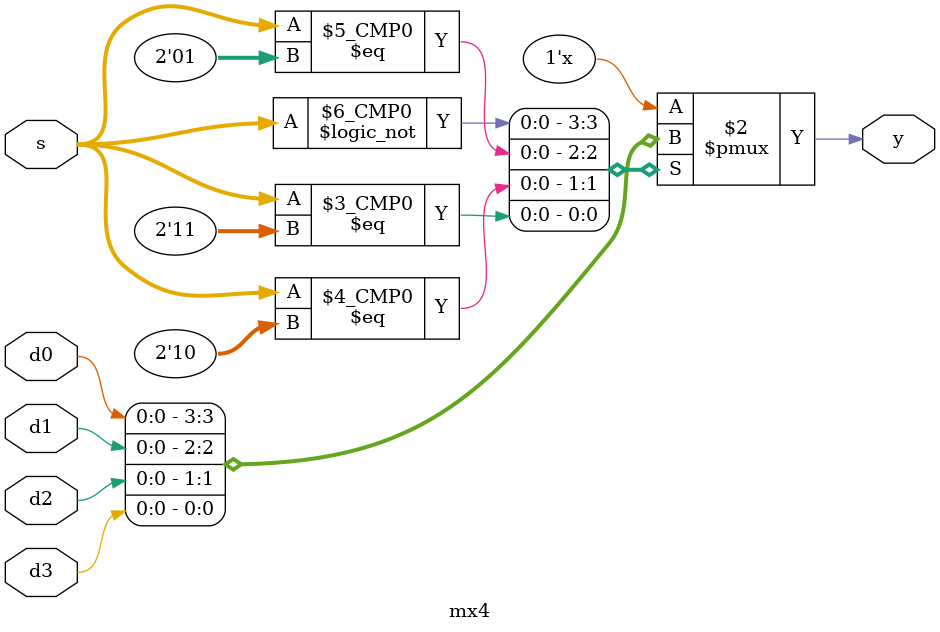
<source format=v>
module mx4(d0, d1, d2, d3, s, y);
	input d0, d1, d2, d3;
	input [1:0] s;
	output reg y;
	
	always@(s, d0, d1, d2, d3) begin
		case(s) // y value is decided by s
			2'b00: y = d0;
			2'b01: y = d1;
			2'b10: y = d2;
			2'b11: y = d3;
			default : y = 1'bx;
		endcase
	end
	
endmodule
</source>
